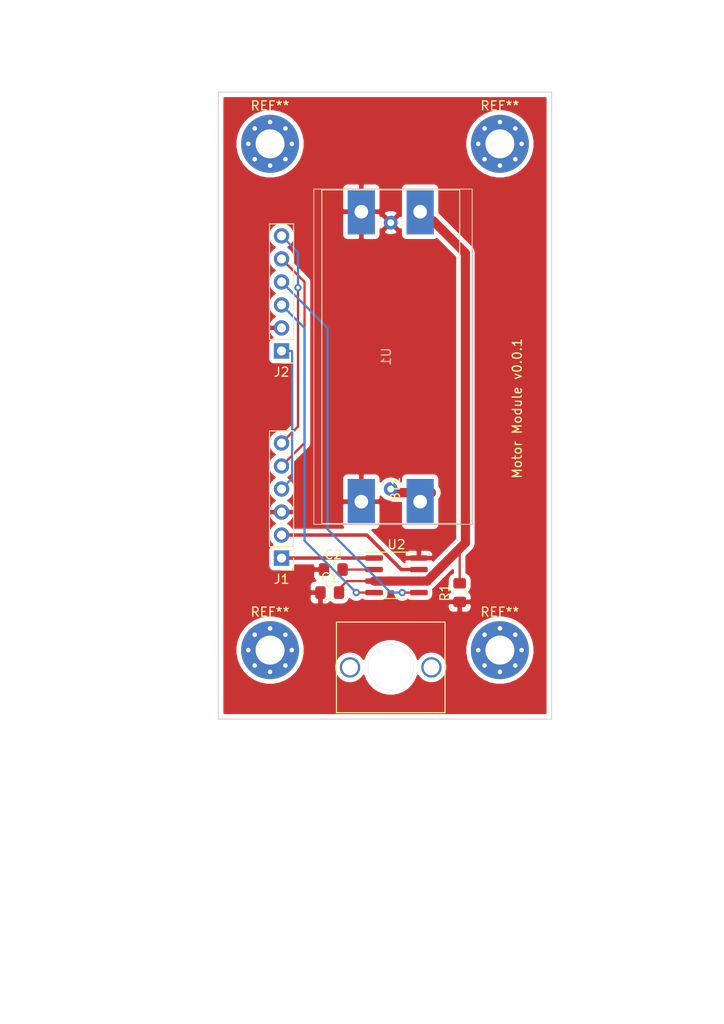
<source format=kicad_pcb>
(kicad_pcb (version 20171130) (host pcbnew "(5.1.6)-1")

  (general
    (thickness 1.6)
    (drawings 5)
    (tracks 42)
    (zones 0)
    (modules 13)
    (nets 12)
  )

  (page A4)
  (layers
    (0 F.Cu signal)
    (31 B.Cu signal)
    (32 B.Adhes user)
    (33 F.Adhes user)
    (34 B.Paste user)
    (35 F.Paste user)
    (36 B.SilkS user)
    (37 F.SilkS user)
    (38 B.Mask user)
    (39 F.Mask user)
    (40 Dwgs.User user)
    (41 Cmts.User user)
    (42 Eco1.User user)
    (43 Eco2.User user)
    (44 Edge.Cuts user)
    (45 Margin user)
    (46 B.CrtYd user)
    (47 F.CrtYd user)
    (48 B.Fab user)
    (49 F.Fab user)
  )

  (setup
    (last_trace_width 0.25)
    (user_trace_width 0.381)
    (user_trace_width 1.016)
    (trace_clearance 0.2)
    (zone_clearance 0.508)
    (zone_45_only no)
    (trace_min 0.2)
    (via_size 0.8)
    (via_drill 0.4)
    (via_min_size 0.4)
    (via_min_drill 0.3)
    (uvia_size 0.3)
    (uvia_drill 0.1)
    (uvias_allowed no)
    (uvia_min_size 0.2)
    (uvia_min_drill 0.1)
    (edge_width 0.05)
    (segment_width 0.2)
    (pcb_text_width 0.3)
    (pcb_text_size 1.5 1.5)
    (mod_edge_width 0.12)
    (mod_text_size 1 1)
    (mod_text_width 0.15)
    (pad_size 1.524 1.524)
    (pad_drill 0.762)
    (pad_to_mask_clearance 0.05)
    (aux_axis_origin 0 0)
    (visible_elements 7FFFFFFF)
    (pcbplotparams
      (layerselection 0x010fc_ffffffff)
      (usegerberextensions false)
      (usegerberattributes true)
      (usegerberadvancedattributes true)
      (creategerberjobfile true)
      (excludeedgelayer true)
      (linewidth 0.100000)
      (plotframeref false)
      (viasonmask false)
      (mode 1)
      (useauxorigin false)
      (hpglpennumber 1)
      (hpglpenspeed 20)
      (hpglpendiameter 15.000000)
      (psnegative false)
      (psa4output false)
      (plotreference true)
      (plotvalue true)
      (plotinvisibletext false)
      (padsonsilk false)
      (subtractmaskfromsilk false)
      (outputformat 1)
      (mirror false)
      (drillshape 1)
      (scaleselection 1)
      (outputdirectory ""))
  )

  (net 0 "")
  (net 1 GND)
  (net 2 "Net-(C1-Pad2)")
  (net 3 "Net-(C2-Pad2)")
  (net 4 OUT+)
  (net 5 OUT-)
  (net 6 VCC)
  (net 7 HALL-A)
  (net 8 HALL-B)
  (net 9 PWMR)
  (net 10 PWMF)
  (net 11 "Net-(BT1-Pad1)")

  (net_class Default "This is the default net class."
    (clearance 0.2)
    (trace_width 0.25)
    (via_dia 0.8)
    (via_drill 0.4)
    (uvia_dia 0.3)
    (uvia_drill 0.1)
    (add_net GND)
    (add_net HALL-A)
    (add_net HALL-B)
    (add_net "Net-(BT1-Pad1)")
    (add_net "Net-(C1-Pad2)")
    (add_net "Net-(C2-Pad2)")
    (add_net OUT+)
    (add_net OUT-)
    (add_net PWMF)
    (add_net PWMR)
    (add_net VCC)
  )

  (module MountingHole:MountingHole_3.2mm_M3_Pad_Via (layer F.Cu) (tedit 56DDBCCA) (tstamp 5F30999C)
    (at 172.72 106.68)
    (descr "Mounting Hole 3.2mm, M3")
    (tags "mounting hole 3.2mm m3")
    (attr virtual)
    (fp_text reference REF** (at 0 -4.2) (layer F.SilkS)
      (effects (font (size 1 1) (thickness 0.15)))
    )
    (fp_text value MountingHole_3.2mm_M3_Pad_Via (at 0 4.2) (layer F.Fab)
      (effects (font (size 1 1) (thickness 0.15)))
    )
    (fp_circle (center 0 0) (end 3.45 0) (layer F.CrtYd) (width 0.05))
    (fp_circle (center 0 0) (end 3.2 0) (layer Cmts.User) (width 0.15))
    (fp_text user %R (at 0.3 0) (layer F.Fab)
      (effects (font (size 1 1) (thickness 0.15)))
    )
    (pad 1 thru_hole circle (at 1.697056 -1.697056) (size 0.8 0.8) (drill 0.5) (layers *.Cu *.Mask))
    (pad 1 thru_hole circle (at 0 -2.4) (size 0.8 0.8) (drill 0.5) (layers *.Cu *.Mask))
    (pad 1 thru_hole circle (at -1.697056 -1.697056) (size 0.8 0.8) (drill 0.5) (layers *.Cu *.Mask))
    (pad 1 thru_hole circle (at -2.4 0) (size 0.8 0.8) (drill 0.5) (layers *.Cu *.Mask))
    (pad 1 thru_hole circle (at -1.697056 1.697056) (size 0.8 0.8) (drill 0.5) (layers *.Cu *.Mask))
    (pad 1 thru_hole circle (at 0 2.4) (size 0.8 0.8) (drill 0.5) (layers *.Cu *.Mask))
    (pad 1 thru_hole circle (at 1.697056 1.697056) (size 0.8 0.8) (drill 0.5) (layers *.Cu *.Mask))
    (pad 1 thru_hole circle (at 2.4 0) (size 0.8 0.8) (drill 0.5) (layers *.Cu *.Mask))
    (pad 1 thru_hole circle (at 0 0) (size 6.4 6.4) (drill 3.2) (layers *.Cu *.Mask))
  )

  (module MountingHole:MountingHole_3.2mm_M3_Pad_Via (layer F.Cu) (tedit 56DDBCCA) (tstamp 5F309950)
    (at 147.32 106.68)
    (descr "Mounting Hole 3.2mm, M3")
    (tags "mounting hole 3.2mm m3")
    (attr virtual)
    (fp_text reference REF** (at 0 -4.2) (layer F.SilkS)
      (effects (font (size 1 1) (thickness 0.15)))
    )
    (fp_text value MountingHole_3.2mm_M3_Pad_Via (at 0 4.2) (layer F.Fab)
      (effects (font (size 1 1) (thickness 0.15)))
    )
    (fp_circle (center 0 0) (end 3.45 0) (layer F.CrtYd) (width 0.05))
    (fp_circle (center 0 0) (end 3.2 0) (layer Cmts.User) (width 0.15))
    (fp_text user %R (at 0.3 0) (layer F.Fab)
      (effects (font (size 1 1) (thickness 0.15)))
    )
    (pad 1 thru_hole circle (at 1.697056 -1.697056) (size 0.8 0.8) (drill 0.5) (layers *.Cu *.Mask))
    (pad 1 thru_hole circle (at 0 -2.4) (size 0.8 0.8) (drill 0.5) (layers *.Cu *.Mask))
    (pad 1 thru_hole circle (at -1.697056 -1.697056) (size 0.8 0.8) (drill 0.5) (layers *.Cu *.Mask))
    (pad 1 thru_hole circle (at -2.4 0) (size 0.8 0.8) (drill 0.5) (layers *.Cu *.Mask))
    (pad 1 thru_hole circle (at -1.697056 1.697056) (size 0.8 0.8) (drill 0.5) (layers *.Cu *.Mask))
    (pad 1 thru_hole circle (at 0 2.4) (size 0.8 0.8) (drill 0.5) (layers *.Cu *.Mask))
    (pad 1 thru_hole circle (at 1.697056 1.697056) (size 0.8 0.8) (drill 0.5) (layers *.Cu *.Mask))
    (pad 1 thru_hole circle (at 2.4 0) (size 0.8 0.8) (drill 0.5) (layers *.Cu *.Mask))
    (pad 1 thru_hole circle (at 0 0) (size 6.4 6.4) (drill 3.2) (layers *.Cu *.Mask))
  )

  (module MountingHole:MountingHole_3.2mm_M3_Pad_Via (layer F.Cu) (tedit 56DDBCCA) (tstamp 5F309904)
    (at 172.72 50.8)
    (descr "Mounting Hole 3.2mm, M3")
    (tags "mounting hole 3.2mm m3")
    (attr virtual)
    (fp_text reference REF** (at 0 -4.2) (layer F.SilkS)
      (effects (font (size 1 1) (thickness 0.15)))
    )
    (fp_text value MountingHole_3.2mm_M3_Pad_Via (at 0 4.2) (layer F.Fab)
      (effects (font (size 1 1) (thickness 0.15)))
    )
    (fp_circle (center 0 0) (end 3.45 0) (layer F.CrtYd) (width 0.05))
    (fp_circle (center 0 0) (end 3.2 0) (layer Cmts.User) (width 0.15))
    (fp_text user %R (at 0.3 0) (layer F.Fab)
      (effects (font (size 1 1) (thickness 0.15)))
    )
    (pad 1 thru_hole circle (at 1.697056 -1.697056) (size 0.8 0.8) (drill 0.5) (layers *.Cu *.Mask))
    (pad 1 thru_hole circle (at 0 -2.4) (size 0.8 0.8) (drill 0.5) (layers *.Cu *.Mask))
    (pad 1 thru_hole circle (at -1.697056 -1.697056) (size 0.8 0.8) (drill 0.5) (layers *.Cu *.Mask))
    (pad 1 thru_hole circle (at -2.4 0) (size 0.8 0.8) (drill 0.5) (layers *.Cu *.Mask))
    (pad 1 thru_hole circle (at -1.697056 1.697056) (size 0.8 0.8) (drill 0.5) (layers *.Cu *.Mask))
    (pad 1 thru_hole circle (at 0 2.4) (size 0.8 0.8) (drill 0.5) (layers *.Cu *.Mask))
    (pad 1 thru_hole circle (at 1.697056 1.697056) (size 0.8 0.8) (drill 0.5) (layers *.Cu *.Mask))
    (pad 1 thru_hole circle (at 2.4 0) (size 0.8 0.8) (drill 0.5) (layers *.Cu *.Mask))
    (pad 1 thru_hole circle (at 0 0) (size 6.4 6.4) (drill 3.2) (layers *.Cu *.Mask))
  )

  (module MountingHole:MountingHole_3.2mm_M3_Pad_Via (layer F.Cu) (tedit 56DDBCCA) (tstamp 5F3098B8)
    (at 147.32 50.8)
    (descr "Mounting Hole 3.2mm, M3")
    (tags "mounting hole 3.2mm m3")
    (attr virtual)
    (fp_text reference REF** (at 0 -4.2) (layer F.SilkS)
      (effects (font (size 1 1) (thickness 0.15)))
    )
    (fp_text value MountingHole_3.2mm_M3_Pad_Via (at 0 4.2) (layer F.Fab)
      (effects (font (size 1 1) (thickness 0.15)))
    )
    (fp_circle (center 0 0) (end 3.45 0) (layer F.CrtYd) (width 0.05))
    (fp_circle (center 0 0) (end 3.2 0) (layer Cmts.User) (width 0.15))
    (fp_text user %R (at 0.3 0) (layer F.Fab)
      (effects (font (size 1 1) (thickness 0.15)))
    )
    (pad 1 thru_hole circle (at 1.697056 -1.697056) (size 0.8 0.8) (drill 0.5) (layers *.Cu *.Mask))
    (pad 1 thru_hole circle (at 0 -2.4) (size 0.8 0.8) (drill 0.5) (layers *.Cu *.Mask))
    (pad 1 thru_hole circle (at -1.697056 -1.697056) (size 0.8 0.8) (drill 0.5) (layers *.Cu *.Mask))
    (pad 1 thru_hole circle (at -2.4 0) (size 0.8 0.8) (drill 0.5) (layers *.Cu *.Mask))
    (pad 1 thru_hole circle (at -1.697056 1.697056) (size 0.8 0.8) (drill 0.5) (layers *.Cu *.Mask))
    (pad 1 thru_hole circle (at 0 2.4) (size 0.8 0.8) (drill 0.5) (layers *.Cu *.Mask))
    (pad 1 thru_hole circle (at 1.697056 1.697056) (size 0.8 0.8) (drill 0.5) (layers *.Cu *.Mask))
    (pad 1 thru_hole circle (at 2.4 0) (size 0.8 0.8) (drill 0.5) (layers *.Cu *.Mask))
    (pad 1 thru_hole circle (at 0 0) (size 6.4 6.4) (drill 3.2) (layers *.Cu *.Mask))
  )

  (module motor-controller:motor-mount (layer F.Cu) (tedit 5F308545) (tstamp 5F30896D)
    (at 160.655 108.585)
    (fp_text reference REF** (at 0 0.5) (layer F.SilkS)
      (effects (font (size 1 1) (thickness 0.15)))
    )
    (fp_text value motor-mount (at 0 -0.5) (layer F.Fab)
      (effects (font (size 1 1) (thickness 0.15)))
    )
    (fp_line (start 6 5) (end 6 0) (layer F.SilkS) (width 0.12))
    (fp_line (start -6 5) (end 6 5) (layer F.SilkS) (width 0.12))
    (fp_line (start -6 -5) (end -6 5) (layer F.SilkS) (width 0.12))
    (fp_line (start 6 -5) (end -6 -5) (layer F.SilkS) (width 0.12))
    (fp_line (start 6 0) (end 6 -5) (layer F.SilkS) (width 0.12))
    (pad 3 thru_hole circle (at 0 0) (size 5 5) (drill 5) (layers *.Cu *.Mask))
    (pad 2 thru_hole circle (at 4.5 0) (size 2.25 2.25) (drill 1.75) (layers *.Cu *.Mask))
    (pad 1 thru_hole circle (at -4.5 0) (size 2.25 2.25) (drill 1.75) (layers *.Cu *.Mask))
  )

  (module Connector_PinHeader_2.54mm:PinHeader_1x06_P2.54mm_Vertical (layer F.Cu) (tedit 59FED5CC) (tstamp 5F2E2B7E)
    (at 148.59 96.52 180)
    (descr "Through hole straight pin header, 1x06, 2.54mm pitch, single row")
    (tags "Through hole pin header THT 1x06 2.54mm single row")
    (path /5F2FF6AC)
    (fp_text reference J1 (at 0 -2.33) (layer F.SilkS)
      (effects (font (size 1 1) (thickness 0.15)))
    )
    (fp_text value "MOTOR CONNECTOR" (at 0 15.03) (layer F.Fab)
      (effects (font (size 1 1) (thickness 0.15)))
    )
    (fp_line (start 1.8 -1.8) (end -1.8 -1.8) (layer F.CrtYd) (width 0.05))
    (fp_line (start 1.8 14.5) (end 1.8 -1.8) (layer F.CrtYd) (width 0.05))
    (fp_line (start -1.8 14.5) (end 1.8 14.5) (layer F.CrtYd) (width 0.05))
    (fp_line (start -1.8 -1.8) (end -1.8 14.5) (layer F.CrtYd) (width 0.05))
    (fp_line (start -1.33 -1.33) (end 0 -1.33) (layer F.SilkS) (width 0.12))
    (fp_line (start -1.33 0) (end -1.33 -1.33) (layer F.SilkS) (width 0.12))
    (fp_line (start -1.33 1.27) (end 1.33 1.27) (layer F.SilkS) (width 0.12))
    (fp_line (start 1.33 1.27) (end 1.33 14.03) (layer F.SilkS) (width 0.12))
    (fp_line (start -1.33 1.27) (end -1.33 14.03) (layer F.SilkS) (width 0.12))
    (fp_line (start -1.33 14.03) (end 1.33 14.03) (layer F.SilkS) (width 0.12))
    (fp_line (start -1.27 -0.635) (end -0.635 -1.27) (layer F.Fab) (width 0.1))
    (fp_line (start -1.27 13.97) (end -1.27 -0.635) (layer F.Fab) (width 0.1))
    (fp_line (start 1.27 13.97) (end -1.27 13.97) (layer F.Fab) (width 0.1))
    (fp_line (start 1.27 -1.27) (end 1.27 13.97) (layer F.Fab) (width 0.1))
    (fp_line (start -0.635 -1.27) (end 1.27 -1.27) (layer F.Fab) (width 0.1))
    (fp_text user %R (at 0 6.35 90) (layer F.Fab)
      (effects (font (size 1 1) (thickness 0.15)))
    )
    (pad 6 thru_hole oval (at 0 12.7 180) (size 1.7 1.7) (drill 1) (layers *.Cu *.Mask)
      (net 8 HALL-B))
    (pad 5 thru_hole oval (at 0 10.16 180) (size 1.7 1.7) (drill 1) (layers *.Cu *.Mask)
      (net 7 HALL-A))
    (pad 4 thru_hole oval (at 0 7.62 180) (size 1.7 1.7) (drill 1) (layers *.Cu *.Mask)
      (net 6 VCC))
    (pad 3 thru_hole oval (at 0 5.08 180) (size 1.7 1.7) (drill 1) (layers *.Cu *.Mask)
      (net 1 GND))
    (pad 2 thru_hole oval (at 0 2.54 180) (size 1.7 1.7) (drill 1) (layers *.Cu *.Mask)
      (net 5 OUT-))
    (pad 1 thru_hole rect (at 0 0 180) (size 1.7 1.7) (drill 1) (layers *.Cu *.Mask)
      (net 4 OUT+))
    (model ${KISYS3DMOD}/Connector_PinHeader_2.54mm.3dshapes/PinHeader_1x06_P2.54mm_Vertical.wrl
      (at (xyz 0 0 0))
      (scale (xyz 1 1 1))
      (rotate (xyz 0 0 0))
    )
  )

  (module Connector_PinHeader_2.54mm:PinHeader_1x06_P2.54mm_Vertical (layer F.Cu) (tedit 59FED5CC) (tstamp 5F3091F2)
    (at 148.59 73.66 180)
    (descr "Through hole straight pin header, 1x06, 2.54mm pitch, single row")
    (tags "Through hole pin header THT 1x06 2.54mm single row")
    (path /5F30128D)
    (fp_text reference J2 (at 0 -2.33) (layer F.SilkS)
      (effects (font (size 1 1) (thickness 0.15)))
    )
    (fp_text value CONTROLLER (at 0 15.03) (layer F.Fab)
      (effects (font (size 1 1) (thickness 0.15)))
    )
    (fp_line (start 1.8 -1.8) (end -1.8 -1.8) (layer F.CrtYd) (width 0.05))
    (fp_line (start 1.8 14.5) (end 1.8 -1.8) (layer F.CrtYd) (width 0.05))
    (fp_line (start -1.8 14.5) (end 1.8 14.5) (layer F.CrtYd) (width 0.05))
    (fp_line (start -1.8 -1.8) (end -1.8 14.5) (layer F.CrtYd) (width 0.05))
    (fp_line (start -1.33 -1.33) (end 0 -1.33) (layer F.SilkS) (width 0.12))
    (fp_line (start -1.33 0) (end -1.33 -1.33) (layer F.SilkS) (width 0.12))
    (fp_line (start -1.33 1.27) (end 1.33 1.27) (layer F.SilkS) (width 0.12))
    (fp_line (start 1.33 1.27) (end 1.33 14.03) (layer F.SilkS) (width 0.12))
    (fp_line (start -1.33 1.27) (end -1.33 14.03) (layer F.SilkS) (width 0.12))
    (fp_line (start -1.33 14.03) (end 1.33 14.03) (layer F.SilkS) (width 0.12))
    (fp_line (start -1.27 -0.635) (end -0.635 -1.27) (layer F.Fab) (width 0.1))
    (fp_line (start -1.27 13.97) (end -1.27 -0.635) (layer F.Fab) (width 0.1))
    (fp_line (start 1.27 13.97) (end -1.27 13.97) (layer F.Fab) (width 0.1))
    (fp_line (start 1.27 -1.27) (end 1.27 13.97) (layer F.Fab) (width 0.1))
    (fp_line (start -0.635 -1.27) (end 1.27 -1.27) (layer F.Fab) (width 0.1))
    (fp_text user %R (at 0 6.35 90) (layer F.Fab)
      (effects (font (size 1 1) (thickness 0.15)))
    )
    (pad 6 thru_hole oval (at 0 12.7 180) (size 1.7 1.7) (drill 1) (layers *.Cu *.Mask)
      (net 8 HALL-B))
    (pad 5 thru_hole oval (at 0 10.16 180) (size 1.7 1.7) (drill 1) (layers *.Cu *.Mask)
      (net 7 HALL-A))
    (pad 4 thru_hole oval (at 0 7.62 180) (size 1.7 1.7) (drill 1) (layers *.Cu *.Mask)
      (net 9 PWMR))
    (pad 3 thru_hole oval (at 0 5.08 180) (size 1.7 1.7) (drill 1) (layers *.Cu *.Mask)
      (net 10 PWMF))
    (pad 2 thru_hole oval (at 0 2.54 180) (size 1.7 1.7) (drill 1) (layers *.Cu *.Mask)
      (net 1 GND))
    (pad 1 thru_hole rect (at 0 0 180) (size 1.7 1.7) (drill 1) (layers *.Cu *.Mask)
      (net 6 VCC))
    (model ${KISYS3DMOD}/Connector_PinHeader_2.54mm.3dshapes/PinHeader_1x06_P2.54mm_Vertical.wrl
      (at (xyz 0 0 0))
      (scale (xyz 1 1 1))
      (rotate (xyz 0 0 0))
    )
  )

  (module Package_SO:SOIC-8_3.9x4.9mm_P1.27mm (layer F.Cu) (tedit 5D9F72B1) (tstamp 5F308FE4)
    (at 161.29 98.425)
    (descr "SOIC, 8 Pin (JEDEC MS-012AA, https://www.analog.com/media/en/package-pcb-resources/package/pkg_pdf/soic_narrow-r/r_8.pdf), generated with kicad-footprint-generator ipc_gullwing_generator.py")
    (tags "SOIC SO")
    (path /5F2DB469)
    (attr smd)
    (fp_text reference U2 (at 0 -3.4) (layer F.SilkS)
      (effects (font (size 1 1) (thickness 0.15)))
    )
    (fp_text value ZXBM5210-S (at 0 3.4) (layer F.Fab)
      (effects (font (size 1 1) (thickness 0.15)))
    )
    (fp_line (start 3.7 -2.7) (end -3.7 -2.7) (layer F.CrtYd) (width 0.05))
    (fp_line (start 3.7 2.7) (end 3.7 -2.7) (layer F.CrtYd) (width 0.05))
    (fp_line (start -3.7 2.7) (end 3.7 2.7) (layer F.CrtYd) (width 0.05))
    (fp_line (start -3.7 -2.7) (end -3.7 2.7) (layer F.CrtYd) (width 0.05))
    (fp_line (start -1.95 -1.475) (end -0.975 -2.45) (layer F.Fab) (width 0.1))
    (fp_line (start -1.95 2.45) (end -1.95 -1.475) (layer F.Fab) (width 0.1))
    (fp_line (start 1.95 2.45) (end -1.95 2.45) (layer F.Fab) (width 0.1))
    (fp_line (start 1.95 -2.45) (end 1.95 2.45) (layer F.Fab) (width 0.1))
    (fp_line (start -0.975 -2.45) (end 1.95 -2.45) (layer F.Fab) (width 0.1))
    (fp_line (start 0 -2.56) (end -3.45 -2.56) (layer F.SilkS) (width 0.12))
    (fp_line (start 0 -2.56) (end 1.95 -2.56) (layer F.SilkS) (width 0.12))
    (fp_line (start 0 2.56) (end -1.95 2.56) (layer F.SilkS) (width 0.12))
    (fp_line (start 0 2.56) (end 1.95 2.56) (layer F.SilkS) (width 0.12))
    (fp_text user %R (at 0 0) (layer F.Fab)
      (effects (font (size 0.98 0.98) (thickness 0.15)))
    )
    (pad 8 smd roundrect (at 2.475 -1.905) (size 1.95 0.6) (layers F.Cu F.Paste F.Mask) (roundrect_rratio 0.25)
      (net 1 GND))
    (pad 7 smd roundrect (at 2.475 -0.635) (size 1.95 0.6) (layers F.Cu F.Paste F.Mask) (roundrect_rratio 0.25)
      (net 5 OUT-))
    (pad 6 smd roundrect (at 2.475 0.635) (size 1.95 0.6) (layers F.Cu F.Paste F.Mask) (roundrect_rratio 0.25)
      (net 2 "Net-(C1-Pad2)"))
    (pad 5 smd roundrect (at 2.475 1.905) (size 1.95 0.6) (layers F.Cu F.Paste F.Mask) (roundrect_rratio 0.25)
      (net 9 PWMR))
    (pad 4 smd roundrect (at -2.475 1.905) (size 1.95 0.6) (layers F.Cu F.Paste F.Mask) (roundrect_rratio 0.25)
      (net 10 PWMF))
    (pad 3 smd roundrect (at -2.475 0.635) (size 1.95 0.6) (layers F.Cu F.Paste F.Mask) (roundrect_rratio 0.25)
      (net 2 "Net-(C1-Pad2)"))
    (pad 2 smd roundrect (at -2.475 -0.635) (size 1.95 0.6) (layers F.Cu F.Paste F.Mask) (roundrect_rratio 0.25)
      (net 3 "Net-(C2-Pad2)"))
    (pad 1 smd roundrect (at -2.475 -1.905) (size 1.95 0.6) (layers F.Cu F.Paste F.Mask) (roundrect_rratio 0.25)
      (net 4 OUT+))
    (model ${KISYS3DMOD}/Package_SO.3dshapes/SOIC-8_3.9x4.9mm_P1.27mm.wrl
      (at (xyz 0 0 0))
      (scale (xyz 1 1 1))
      (rotate (xyz 0 0 0))
    )
  )

  (module motor-controller:M65P25-1011 (layer F.Cu) (tedit 5F2DD09D) (tstamp 5F2E2AAB)
    (at 160.655 88.9 90)
    (path /5F2DD12F)
    (fp_text reference BT1 (at 0 0.5 90) (layer F.SilkS)
      (effects (font (size 1 1) (thickness 0.15)))
    )
    (fp_text value Battery_Cell (at 16.51 -5.08 90) (layer F.Fab)
      (effects (font (size 1 1) (thickness 0.15)))
    )
    (fp_line (start 33.02 7.62) (end -3.81 7.62) (layer F.SilkS) (width 0.12))
    (fp_line (start 33.02 -7.62) (end 33.02 7.62) (layer F.SilkS) (width 0.12))
    (fp_line (start -3.81 -7.62) (end 33.02 -7.62) (layer F.SilkS) (width 0.12))
    (fp_line (start -3.81 7.62) (end -3.81 -7.62) (layer F.SilkS) (width 0.12))
    (pad 2 thru_hole circle (at 29.4 0 90) (size 1.524 1.524) (drill 0.762) (layers *.Cu *.Mask)
      (net 1 GND))
    (pad 1 thru_hole circle (at 0 0 90) (size 1.524 1.524) (drill 0.762) (layers *.Cu *.Mask)
      (net 11 "Net-(BT1-Pad1)"))
  )

  (module motor-controller:MT3608-BB (layer B.Cu) (tedit 5F6FE1DD) (tstamp 5F70464E)
    (at 160.655 74.295 90)
    (path /5F2ED84F)
    (fp_text reference U1 (at 0 -0.5 270) (layer B.SilkS)
      (effects (font (size 1 1) (thickness 0.15)) (justify mirror))
    )
    (fp_text value MT3608-BB (at 0 3.81 270) (layer B.Fab)
      (effects (font (size 1 1) (thickness 0.15)) (justify mirror))
    )
    (fp_line (start 0 9) (end 18.5 9) (layer B.SilkS) (width 0.12))
    (fp_line (start 18.5 9) (end 18.5 -8.5) (layer B.SilkS) (width 0.12))
    (fp_line (start 18.5 -8.5) (end -18.5 -8.5) (layer B.SilkS) (width 0.12))
    (fp_line (start -18.5 -8.5) (end -18.5 9) (layer B.SilkS) (width 0.12))
    (fp_line (start -18.5 9) (end 0 9) (layer B.SilkS) (width 0.12))
    (pad 4 thru_hole rect (at 16 -3.25 90) (size 5 3) (drill 1.5) (layers *.Cu *.Mask)
      (net 1 GND))
    (pad 3 thru_hole rect (at 16 3.25 90) (size 5 3) (drill 1.5) (layers *.Cu *.Mask)
      (net 2 "Net-(C1-Pad2)"))
    (pad 2 thru_hole rect (at -16 -3.25 90) (size 5 3) (drill 1.5) (layers *.Cu *.Mask)
      (net 1 GND))
    (pad 1 thru_hole rect (at -16 3.25 90) (size 5 3) (drill 1.5) (layers *.Cu *.Mask)
      (net 11 "Net-(BT1-Pad1)"))
  )

  (module Capacitor_SMD:C_0805_2012Metric_Pad1.15x1.40mm_HandSolder (layer F.Cu) (tedit 5B36C52B) (tstamp 5F70496D)
    (at 153.915 100.33)
    (descr "Capacitor SMD 0805 (2012 Metric), square (rectangular) end terminal, IPC_7351 nominal with elongated pad for handsoldering. (Body size source: https://docs.google.com/spreadsheets/d/1BsfQQcO9C6DZCsRaXUlFlo91Tg2WpOkGARC1WS5S8t0/edit?usp=sharing), generated with kicad-footprint-generator")
    (tags "capacitor handsolder")
    (path /5F2DEDA7)
    (attr smd)
    (fp_text reference C1 (at 0 -1.65) (layer F.SilkS)
      (effects (font (size 1 1) (thickness 0.15)))
    )
    (fp_text value 1uF (at 0 1.65) (layer F.Fab)
      (effects (font (size 1 1) (thickness 0.15)))
    )
    (fp_line (start 1.85 0.95) (end -1.85 0.95) (layer F.CrtYd) (width 0.05))
    (fp_line (start 1.85 -0.95) (end 1.85 0.95) (layer F.CrtYd) (width 0.05))
    (fp_line (start -1.85 -0.95) (end 1.85 -0.95) (layer F.CrtYd) (width 0.05))
    (fp_line (start -1.85 0.95) (end -1.85 -0.95) (layer F.CrtYd) (width 0.05))
    (fp_line (start -0.261252 0.71) (end 0.261252 0.71) (layer F.SilkS) (width 0.12))
    (fp_line (start -0.261252 -0.71) (end 0.261252 -0.71) (layer F.SilkS) (width 0.12))
    (fp_line (start 1 0.6) (end -1 0.6) (layer F.Fab) (width 0.1))
    (fp_line (start 1 -0.6) (end 1 0.6) (layer F.Fab) (width 0.1))
    (fp_line (start -1 -0.6) (end 1 -0.6) (layer F.Fab) (width 0.1))
    (fp_line (start -1 0.6) (end -1 -0.6) (layer F.Fab) (width 0.1))
    (fp_text user %R (at 0 0) (layer F.Fab)
      (effects (font (size 0.5 0.5) (thickness 0.08)))
    )
    (pad 1 smd roundrect (at -1.025 0) (size 1.15 1.4) (layers F.Cu F.Paste F.Mask) (roundrect_rratio 0.217391)
      (net 1 GND))
    (pad 2 smd roundrect (at 1.025 0) (size 1.15 1.4) (layers F.Cu F.Paste F.Mask) (roundrect_rratio 0.217391)
      (net 2 "Net-(C1-Pad2)"))
    (model ${KISYS3DMOD}/Capacitor_SMD.3dshapes/C_0805_2012Metric.wrl
      (at (xyz 0 0 0))
      (scale (xyz 1 1 1))
      (rotate (xyz 0 0 0))
    )
  )

  (module Capacitor_SMD:C_0805_2012Metric_Pad1.15x1.40mm_HandSolder (layer F.Cu) (tedit 5B36C52B) (tstamp 5F704AA4)
    (at 154.305 97.79)
    (descr "Capacitor SMD 0805 (2012 Metric), square (rectangular) end terminal, IPC_7351 nominal with elongated pad for handsoldering. (Body size source: https://docs.google.com/spreadsheets/d/1BsfQQcO9C6DZCsRaXUlFlo91Tg2WpOkGARC1WS5S8t0/edit?usp=sharing), generated with kicad-footprint-generator")
    (tags "capacitor handsolder")
    (path /5F2DF7D0)
    (attr smd)
    (fp_text reference C2 (at 0 -1.65) (layer F.SilkS)
      (effects (font (size 1 1) (thickness 0.15)))
    )
    (fp_text value 10uF (at 0 1.65) (layer F.Fab)
      (effects (font (size 1 1) (thickness 0.15)))
    )
    (fp_text user %R (at 0 0) (layer F.Fab)
      (effects (font (size 0.5 0.5) (thickness 0.08)))
    )
    (fp_line (start -1 0.6) (end -1 -0.6) (layer F.Fab) (width 0.1))
    (fp_line (start -1 -0.6) (end 1 -0.6) (layer F.Fab) (width 0.1))
    (fp_line (start 1 -0.6) (end 1 0.6) (layer F.Fab) (width 0.1))
    (fp_line (start 1 0.6) (end -1 0.6) (layer F.Fab) (width 0.1))
    (fp_line (start -0.261252 -0.71) (end 0.261252 -0.71) (layer F.SilkS) (width 0.12))
    (fp_line (start -0.261252 0.71) (end 0.261252 0.71) (layer F.SilkS) (width 0.12))
    (fp_line (start -1.85 0.95) (end -1.85 -0.95) (layer F.CrtYd) (width 0.05))
    (fp_line (start -1.85 -0.95) (end 1.85 -0.95) (layer F.CrtYd) (width 0.05))
    (fp_line (start 1.85 -0.95) (end 1.85 0.95) (layer F.CrtYd) (width 0.05))
    (fp_line (start 1.85 0.95) (end -1.85 0.95) (layer F.CrtYd) (width 0.05))
    (pad 2 smd roundrect (at 1.025 0) (size 1.15 1.4) (layers F.Cu F.Paste F.Mask) (roundrect_rratio 0.217391)
      (net 3 "Net-(C2-Pad2)"))
    (pad 1 smd roundrect (at -1.025 0) (size 1.15 1.4) (layers F.Cu F.Paste F.Mask) (roundrect_rratio 0.217391)
      (net 1 GND))
    (model ${KISYS3DMOD}/Capacitor_SMD.3dshapes/C_0805_2012Metric.wrl
      (at (xyz 0 0 0))
      (scale (xyz 1 1 1))
      (rotate (xyz 0 0 0))
    )
  )

  (module Resistor_SMD:R_0805_2012Metric_Pad1.15x1.40mm_HandSolder (layer F.Cu) (tedit 5B36C52B) (tstamp 5F70498D)
    (at 168.275 100.33 90)
    (descr "Resistor SMD 0805 (2012 Metric), square (rectangular) end terminal, IPC_7351 nominal with elongated pad for handsoldering. (Body size source: https://docs.google.com/spreadsheets/d/1BsfQQcO9C6DZCsRaXUlFlo91Tg2WpOkGARC1WS5S8t0/edit?usp=sharing), generated with kicad-footprint-generator")
    (tags "resistor handsolder")
    (path /5F2E221E)
    (attr smd)
    (fp_text reference R1 (at 0 -1.65 90) (layer F.SilkS)
      (effects (font (size 1 1) (thickness 0.15)))
    )
    (fp_text value R (at 0 1.65 90) (layer F.Fab)
      (effects (font (size 1 1) (thickness 0.15)))
    )
    (fp_line (start 1.85 0.95) (end -1.85 0.95) (layer F.CrtYd) (width 0.05))
    (fp_line (start 1.85 -0.95) (end 1.85 0.95) (layer F.CrtYd) (width 0.05))
    (fp_line (start -1.85 -0.95) (end 1.85 -0.95) (layer F.CrtYd) (width 0.05))
    (fp_line (start -1.85 0.95) (end -1.85 -0.95) (layer F.CrtYd) (width 0.05))
    (fp_line (start -0.261252 0.71) (end 0.261252 0.71) (layer F.SilkS) (width 0.12))
    (fp_line (start -0.261252 -0.71) (end 0.261252 -0.71) (layer F.SilkS) (width 0.12))
    (fp_line (start 1 0.6) (end -1 0.6) (layer F.Fab) (width 0.1))
    (fp_line (start 1 -0.6) (end 1 0.6) (layer F.Fab) (width 0.1))
    (fp_line (start -1 -0.6) (end 1 -0.6) (layer F.Fab) (width 0.1))
    (fp_line (start -1 0.6) (end -1 -0.6) (layer F.Fab) (width 0.1))
    (fp_text user %R (at 0 0 90) (layer F.Fab)
      (effects (font (size 0.5 0.5) (thickness 0.08)))
    )
    (pad 1 smd roundrect (at -1.025 0 90) (size 1.15 1.4) (layers F.Cu F.Paste F.Mask) (roundrect_rratio 0.217391)
      (net 1 GND))
    (pad 2 smd roundrect (at 1.025 0 90) (size 1.15 1.4) (layers F.Cu F.Paste F.Mask) (roundrect_rratio 0.217391)
      (net 2 "Net-(C1-Pad2)"))
    (model ${KISYS3DMOD}/Resistor_SMD.3dshapes/R_0805_2012Metric.wrl
      (at (xyz 0 0 0))
      (scale (xyz 1 1 1))
      (rotate (xyz 0 0 0))
    )
  )

  (gr_text "Motor Module v0.0.1" (at 174.625 80.01 90) (layer F.SilkS)
    (effects (font (size 1 1) (thickness 0.15)))
  )
  (gr_line (start 178.435 45.085) (end 178.435 114.3) (layer Edge.Cuts) (width 0.1))
  (gr_line (start 141.605 45.085) (end 178.435 45.085) (layer Edge.Cuts) (width 0.1))
  (gr_line (start 141.605 114.3) (end 141.605 45.085) (layer Edge.Cuts) (width 0.1))
  (gr_line (start 178.435 114.3) (end 141.605 114.3) (layer Edge.Cuts) (width 0.1))

  (segment (start 164.655 59.295) (end 165.34 59.295) (width 1.016) (layer F.Cu) (net 2))
  (segment (start 165.34 59.295) (end 168.91 62.865) (width 1.016) (layer F.Cu) (net 2))
  (segment (start 164.68341 99.06) (end 163.765 99.06) (width 1.016) (layer F.Cu) (net 2))
  (segment (start 168.91 62.865) (end 168.91 94.83341) (width 1.016) (layer F.Cu) (net 2))
  (segment (start 155.815 99.06) (end 155.18 99.695) (width 0.25) (layer F.Cu) (net 2))
  (segment (start 158.815 99.06) (end 155.815 99.06) (width 0.25) (layer F.Cu) (net 2))
  (segment (start 158.815 99.06) (end 160.655 99.06) (width 1.016) (layer F.Cu) (net 2))
  (segment (start 160.655 99.06) (end 163.765 99.06) (width 1.016) (layer F.Cu) (net 2))
  (segment (start 168.275 95.885) (end 168.066705 95.676705) (width 0.25) (layer F.Cu) (net 2))
  (segment (start 168.275 99.305) (end 168.275 95.885) (width 0.25) (layer F.Cu) (net 2))
  (segment (start 168.91 94.83341) (end 168.066705 95.676705) (width 1.016) (layer F.Cu) (net 2))
  (segment (start 168.066705 95.676705) (end 164.68341 99.06) (width 1.016) (layer F.Cu) (net 2))
  (segment (start 158.815 97.79) (end 155.42 97.79) (width 0.25) (layer F.Cu) (net 3))
  (segment (start 158.815 96.52) (end 148.59 96.52) (width 0.381) (layer F.Cu) (net 4))
  (segment (start 161.824398 97.79) (end 158.014398 93.98) (width 0.381) (layer F.Cu) (net 5))
  (segment (start 158.014398 93.98) (end 148.59 93.98) (width 0.381) (layer F.Cu) (net 5))
  (segment (start 163.765 97.79) (end 161.824398 97.79) (width 0.381) (layer F.Cu) (net 5))
  (segment (start 149.765001 87.724999) (end 148.59 88.9) (width 0.25) (layer B.Cu) (net 6))
  (segment (start 149.765001 73.735001) (end 149.765001 87.724999) (width 0.25) (layer B.Cu) (net 6))
  (segment (start 149.69 73.66) (end 149.765001 73.735001) (width 0.25) (layer B.Cu) (net 6))
  (segment (start 148.59 73.66) (end 149.69 73.66) (width 0.25) (layer B.Cu) (net 6))
  (segment (start 148.59 86.36) (end 151.13 83.82) (width 0.25) (layer F.Cu) (net 7))
  (segment (start 151.13 66.04) (end 148.59 63.5) (width 0.25) (layer F.Cu) (net 7))
  (segment (start 151.13 83.82) (end 151.13 66.04) (width 0.25) (layer F.Cu) (net 7))
  (via (at 150.405 66.675) (size 0.8) (drill 0.4) (layers F.Cu B.Cu) (net 8))
  (segment (start 148.59 83.82) (end 150.405 82.005) (width 0.25) (layer F.Cu) (net 8))
  (segment (start 150.405 82.005) (end 150.405 66.675) (width 0.25) (layer F.Cu) (net 8))
  (segment (start 150.405 62.775) (end 148.59 60.96) (width 0.25) (layer B.Cu) (net 8))
  (segment (start 150.405 66.675) (end 150.405 62.775) (width 0.25) (layer B.Cu) (net 8))
  (via (at 161.925 100.33) (size 0.8) (drill 0.4) (layers F.Cu B.Cu) (net 9))
  (segment (start 163.765 100.33) (end 161.925 100.33) (width 0.25) (layer F.Cu) (net 9))
  (segment (start 161.925 100.33) (end 160.655 100.33) (width 0.25) (layer B.Cu) (net 9))
  (segment (start 160.655 100.33) (end 153.67 93.345) (width 0.25) (layer B.Cu) (net 9))
  (segment (start 153.67 71.12) (end 148.59 66.04) (width 0.25) (layer B.Cu) (net 9))
  (segment (start 153.67 93.345) (end 153.67 71.12) (width 0.25) (layer B.Cu) (net 9))
  (via (at 156.845 100.33) (size 0.8) (drill 0.4) (layers F.Cu B.Cu) (net 10))
  (segment (start 158.815 100.33) (end 156.845 100.33) (width 0.25) (layer F.Cu) (net 10))
  (segment (start 156.845 100.33) (end 151.13 94.615) (width 0.25) (layer B.Cu) (net 10))
  (segment (start 151.13 71.12) (end 148.59 68.58) (width 0.25) (layer B.Cu) (net 10))
  (segment (start 151.13 94.615) (end 151.13 71.12) (width 0.25) (layer B.Cu) (net 10))
  (segment (start 161.05 89.295) (end 160.655 88.9) (width 1.016) (layer F.Cu) (net 11))
  (segment (start 165.155 89.295) (end 161.05 89.295) (width 1.016) (layer F.Cu) (net 11))

  (zone (net 1) (net_name GND) (layer F.Cu) (tstamp 0) (hatch edge 0.508)
    (connect_pads (clearance 0.508))
    (min_thickness 0.254)
    (fill yes (arc_segments 32) (thermal_gap 0.508) (thermal_bridge_width 0.508))
    (polygon
      (pts
        (xy 196.85 36.83) (xy 197.485 147.955) (xy 117.475 144.78) (xy 125.095 34.925)
      )
    )
    (filled_polygon
      (pts
        (xy 177.750001 113.615) (xy 142.29 113.615) (xy 142.29 106.302285) (xy 143.485 106.302285) (xy 143.485 107.057715)
        (xy 143.632377 107.798628) (xy 143.921467 108.496554) (xy 144.341161 109.12467) (xy 144.87533 109.658839) (xy 145.503446 110.078533)
        (xy 146.201372 110.367623) (xy 146.942285 110.515) (xy 147.697715 110.515) (xy 148.438628 110.367623) (xy 149.136554 110.078533)
        (xy 149.76467 109.658839) (xy 150.298839 109.12467) (xy 150.718533 108.496554) (xy 150.753699 108.411655) (xy 154.395 108.411655)
        (xy 154.395 108.758345) (xy 154.462636 109.098373) (xy 154.595308 109.418673) (xy 154.787919 109.706935) (xy 155.033065 109.952081)
        (xy 155.321327 110.144692) (xy 155.641627 110.277364) (xy 155.981655 110.345) (xy 156.328345 110.345) (xy 156.668373 110.277364)
        (xy 156.988673 110.144692) (xy 157.276935 109.952081) (xy 157.522081 109.706935) (xy 157.648223 109.51815) (xy 157.876799 110.069979)
        (xy 158.219886 110.583446) (xy 158.656554 111.020114) (xy 159.170021 111.363201) (xy 159.740554 111.599524) (xy 160.346229 111.72)
        (xy 160.963771 111.72) (xy 161.569446 111.599524) (xy 162.139979 111.363201) (xy 162.653446 111.020114) (xy 163.090114 110.583446)
        (xy 163.433201 110.069979) (xy 163.661777 109.51815) (xy 163.787919 109.706935) (xy 164.033065 109.952081) (xy 164.321327 110.144692)
        (xy 164.641627 110.277364) (xy 164.981655 110.345) (xy 165.328345 110.345) (xy 165.668373 110.277364) (xy 165.988673 110.144692)
        (xy 166.276935 109.952081) (xy 166.522081 109.706935) (xy 166.714692 109.418673) (xy 166.847364 109.098373) (xy 166.915 108.758345)
        (xy 166.915 108.411655) (xy 166.847364 108.071627) (xy 166.714692 107.751327) (xy 166.522081 107.463065) (xy 166.276935 107.217919)
        (xy 165.988673 107.025308) (xy 165.668373 106.892636) (xy 165.328345 106.825) (xy 164.981655 106.825) (xy 164.641627 106.892636)
        (xy 164.321327 107.025308) (xy 164.033065 107.217919) (xy 163.787919 107.463065) (xy 163.661777 107.65185) (xy 163.433201 107.100021)
        (xy 163.090114 106.586554) (xy 162.805845 106.302285) (xy 168.885 106.302285) (xy 168.885 107.057715) (xy 169.032377 107.798628)
        (xy 169.321467 108.496554) (xy 169.741161 109.12467) (xy 170.27533 109.658839) (xy 170.903446 110.078533) (xy 171.601372 110.367623)
        (xy 172.342285 110.515) (xy 173.097715 110.515) (xy 173.838628 110.367623) (xy 174.536554 110.078533) (xy 175.16467 109.658839)
        (xy 175.698839 109.12467) (xy 176.118533 108.496554) (xy 176.407623 107.798628) (xy 176.555 107.057715) (xy 176.555 106.302285)
        (xy 176.407623 105.561372) (xy 176.118533 104.863446) (xy 175.698839 104.23533) (xy 175.16467 103.701161) (xy 174.536554 103.281467)
        (xy 173.838628 102.992377) (xy 173.097715 102.845) (xy 172.342285 102.845) (xy 171.601372 102.992377) (xy 170.903446 103.281467)
        (xy 170.27533 103.701161) (xy 169.741161 104.23533) (xy 169.321467 104.863446) (xy 169.032377 105.561372) (xy 168.885 106.302285)
        (xy 162.805845 106.302285) (xy 162.653446 106.149886) (xy 162.139979 105.806799) (xy 161.569446 105.570476) (xy 160.963771 105.45)
        (xy 160.346229 105.45) (xy 159.740554 105.570476) (xy 159.170021 105.806799) (xy 158.656554 106.149886) (xy 158.219886 106.586554)
        (xy 157.876799 107.100021) (xy 157.648223 107.65185) (xy 157.522081 107.463065) (xy 157.276935 107.217919) (xy 156.988673 107.025308)
        (xy 156.668373 106.892636) (xy 156.328345 106.825) (xy 155.981655 106.825) (xy 155.641627 106.892636) (xy 155.321327 107.025308)
        (xy 155.033065 107.217919) (xy 154.787919 107.463065) (xy 154.595308 107.751327) (xy 154.462636 108.071627) (xy 154.395 108.411655)
        (xy 150.753699 108.411655) (xy 151.007623 107.798628) (xy 151.155 107.057715) (xy 151.155 106.302285) (xy 151.007623 105.561372)
        (xy 150.718533 104.863446) (xy 150.298839 104.23533) (xy 149.76467 103.701161) (xy 149.136554 103.281467) (xy 148.438628 102.992377)
        (xy 147.697715 102.845) (xy 146.942285 102.845) (xy 146.201372 102.992377) (xy 145.503446 103.281467) (xy 144.87533 103.701161)
        (xy 144.341161 104.23533) (xy 143.921467 104.863446) (xy 143.632377 105.561372) (xy 143.485 106.302285) (xy 142.29 106.302285)
        (xy 142.29 101.93) (xy 166.936928 101.93) (xy 166.949188 102.054482) (xy 166.985498 102.17418) (xy 167.044463 102.284494)
        (xy 167.123815 102.381185) (xy 167.220506 102.460537) (xy 167.33082 102.519502) (xy 167.450518 102.555812) (xy 167.575 102.568072)
        (xy 167.98925 102.565) (xy 168.148 102.40625) (xy 168.148 101.482) (xy 168.402 101.482) (xy 168.402 102.40625)
        (xy 168.56075 102.565) (xy 168.975 102.568072) (xy 169.099482 102.555812) (xy 169.21918 102.519502) (xy 169.329494 102.460537)
        (xy 169.426185 102.381185) (xy 169.505537 102.284494) (xy 169.564502 102.17418) (xy 169.600812 102.054482) (xy 169.613072 101.93)
        (xy 169.61 101.64075) (xy 169.45125 101.482) (xy 168.402 101.482) (xy 168.148 101.482) (xy 167.09875 101.482)
        (xy 166.94 101.64075) (xy 166.936928 101.93) (xy 142.29 101.93) (xy 142.29 101.03) (xy 151.676928 101.03)
        (xy 151.689188 101.154482) (xy 151.725498 101.27418) (xy 151.784463 101.384494) (xy 151.863815 101.481185) (xy 151.960506 101.560537)
        (xy 152.07082 101.619502) (xy 152.190518 101.655812) (xy 152.315 101.668072) (xy 152.60425 101.665) (xy 152.763 101.50625)
        (xy 152.763 100.457) (xy 151.83875 100.457) (xy 151.68 100.61575) (xy 151.676928 101.03) (xy 142.29 101.03)
        (xy 142.29 95.67) (xy 147.101928 95.67) (xy 147.101928 97.37) (xy 147.114188 97.494482) (xy 147.150498 97.61418)
        (xy 147.209463 97.724494) (xy 147.288815 97.821185) (xy 147.385506 97.900537) (xy 147.49582 97.959502) (xy 147.615518 97.995812)
        (xy 147.74 98.008072) (xy 149.44 98.008072) (xy 149.564482 97.995812) (xy 149.68418 97.959502) (xy 149.794494 97.900537)
        (xy 149.891185 97.821185) (xy 149.970537 97.724494) (xy 150.029502 97.61418) (xy 150.065812 97.494482) (xy 150.078072 97.37)
        (xy 150.078072 97.3455) (xy 152.068823 97.3455) (xy 152.07 97.50425) (xy 152.22875 97.663) (xy 153.153 97.663)
        (xy 153.153 97.643) (xy 153.407 97.643) (xy 153.407 97.663) (xy 153.427 97.663) (xy 153.427 97.917)
        (xy 153.407 97.917) (xy 153.407 97.937) (xy 153.153 97.937) (xy 153.153 97.917) (xy 152.22875 97.917)
        (xy 152.07 98.07575) (xy 152.066928 98.49) (xy 152.079188 98.614482) (xy 152.115498 98.73418) (xy 152.174463 98.844494)
        (xy 152.253815 98.941185) (xy 152.315654 98.991935) (xy 152.315 98.991928) (xy 152.190518 99.004188) (xy 152.07082 99.040498)
        (xy 151.960506 99.099463) (xy 151.863815 99.178815) (xy 151.784463 99.275506) (xy 151.725498 99.38582) (xy 151.689188 99.505518)
        (xy 151.676928 99.63) (xy 151.68 100.04425) (xy 151.83875 100.203) (xy 152.763 100.203) (xy 152.763 100.183)
        (xy 153.017 100.183) (xy 153.017 100.203) (xy 153.037 100.203) (xy 153.037 100.457) (xy 153.017 100.457)
        (xy 153.017 101.50625) (xy 153.17575 101.665) (xy 153.465 101.668072) (xy 153.589482 101.655812) (xy 153.70918 101.619502)
        (xy 153.819494 101.560537) (xy 153.916185 101.481185) (xy 153.981658 101.401406) (xy 153.987038 101.407962) (xy 154.121613 101.518405)
        (xy 154.275149 101.600472) (xy 154.441745 101.651008) (xy 154.614999 101.668072) (xy 155.265001 101.668072) (xy 155.438255 101.651008)
        (xy 155.604851 101.600472) (xy 155.758387 101.518405) (xy 155.892962 101.407962) (xy 156.003405 101.273387) (xy 156.085472 101.119851)
        (xy 156.105411 101.054122) (xy 156.185226 101.133937) (xy 156.354744 101.247205) (xy 156.543102 101.325226) (xy 156.743061 101.365)
        (xy 156.946939 101.365) (xy 157.146898 101.325226) (xy 157.335256 101.247205) (xy 157.504774 101.133937) (xy 157.525413 101.113298)
        (xy 157.552171 101.135258) (xy 157.688418 101.208084) (xy 157.836255 101.252929) (xy 157.99 101.268072) (xy 159.64 101.268072)
        (xy 159.793745 101.252929) (xy 159.941582 101.208084) (xy 160.077829 101.135258) (xy 160.197251 101.037251) (xy 160.295258 100.917829)
        (xy 160.368084 100.781582) (xy 160.412929 100.633745) (xy 160.428072 100.48) (xy 160.428072 100.203) (xy 160.894985 100.203)
        (xy 160.89 100.228061) (xy 160.89 100.431939) (xy 160.929774 100.631898) (xy 161.007795 100.820256) (xy 161.121063 100.989774)
        (xy 161.265226 101.133937) (xy 161.434744 101.247205) (xy 161.623102 101.325226) (xy 161.823061 101.365) (xy 162.026939 101.365)
        (xy 162.226898 101.325226) (xy 162.415256 101.247205) (xy 162.546964 101.159201) (xy 162.638418 101.208084) (xy 162.786255 101.252929)
        (xy 162.94 101.268072) (xy 164.59 101.268072) (xy 164.743745 101.252929) (xy 164.891582 101.208084) (xy 165.027829 101.135258)
        (xy 165.147251 101.037251) (xy 165.245258 100.917829) (xy 165.318084 100.781582) (xy 165.362929 100.633745) (xy 165.378072 100.48)
        (xy 165.378072 100.18) (xy 165.362929 100.026255) (xy 165.35193 99.989994) (xy 165.495543 99.872133) (xy 165.531337 99.828518)
        (xy 167.515 97.844855) (xy 167.515 98.150473) (xy 167.485149 98.159528) (xy 167.331613 98.241595) (xy 167.197038 98.352038)
        (xy 167.086595 98.486613) (xy 167.004528 98.640149) (xy 166.953992 98.806745) (xy 166.936928 98.979999) (xy 166.936928 99.630001)
        (xy 166.953992 99.803255) (xy 167.004528 99.969851) (xy 167.086595 100.123387) (xy 167.197038 100.257962) (xy 167.203594 100.263342)
        (xy 167.123815 100.328815) (xy 167.044463 100.425506) (xy 166.985498 100.53582) (xy 166.949188 100.655518) (xy 166.936928 100.78)
        (xy 166.94 101.06925) (xy 167.09875 101.228) (xy 168.148 101.228) (xy 168.148 101.208) (xy 168.402 101.208)
        (xy 168.402 101.228) (xy 169.45125 101.228) (xy 169.61 101.06925) (xy 169.613072 100.78) (xy 169.600812 100.655518)
        (xy 169.564502 100.53582) (xy 169.505537 100.425506) (xy 169.426185 100.328815) (xy 169.346406 100.263342) (xy 169.352962 100.257962)
        (xy 169.463405 100.123387) (xy 169.545472 99.969851) (xy 169.596008 99.803255) (xy 169.613072 99.630001) (xy 169.613072 98.979999)
        (xy 169.596008 98.806745) (xy 169.545472 98.640149) (xy 169.463405 98.486613) (xy 169.352962 98.352038) (xy 169.218387 98.241595)
        (xy 169.064851 98.159528) (xy 169.035 98.150473) (xy 169.035 96.324855) (xy 169.678523 95.681333) (xy 169.722133 95.645543)
        (xy 169.864968 95.471499) (xy 169.971103 95.272933) (xy 170.036461 95.057477) (xy 170.053 94.889556) (xy 170.053 94.88955)
        (xy 170.058529 94.833411) (xy 170.053 94.777272) (xy 170.053 62.921138) (xy 170.058529 62.864999) (xy 170.053 62.80886)
        (xy 170.053 62.808854) (xy 170.036461 62.640933) (xy 169.971103 62.425477) (xy 169.864968 62.226911) (xy 169.722133 62.052867)
        (xy 169.678524 62.017078) (xy 166.187927 58.526482) (xy 166.152133 58.482867) (xy 166.043072 58.393362) (xy 166.043072 55.795)
        (xy 166.030812 55.670518) (xy 165.994502 55.55082) (xy 165.935537 55.440506) (xy 165.856185 55.343815) (xy 165.759494 55.264463)
        (xy 165.64918 55.205498) (xy 165.529482 55.169188) (xy 165.405 55.156928) (xy 162.405 55.156928) (xy 162.280518 55.169188)
        (xy 162.16082 55.205498) (xy 162.050506 55.264463) (xy 161.953815 55.343815) (xy 161.874463 55.440506) (xy 161.815498 55.55082)
        (xy 161.779188 55.670518) (xy 161.766928 55.795) (xy 161.766928 58.754872) (xy 161.620565 58.71404) (xy 160.834605 59.5)
        (xy 161.620565 60.28596) (xy 161.766928 60.245128) (xy 161.766928 60.795) (xy 161.779188 60.919482) (xy 161.815498 61.03918)
        (xy 161.874463 61.149494) (xy 161.953815 61.246185) (xy 162.050506 61.325537) (xy 162.16082 61.384502) (xy 162.280518 61.420812)
        (xy 162.405 61.433072) (xy 165.405 61.433072) (xy 165.529482 61.420812) (xy 165.64918 61.384502) (xy 165.755973 61.327419)
        (xy 167.767 63.338446) (xy 167.767001 94.359963) (xy 167.298188 94.828777) (xy 167.298183 94.828781) (xy 165.348107 96.778857)
        (xy 165.21625 96.647) (xy 163.892 96.647) (xy 163.892 96.667) (xy 163.638 96.667) (xy 163.638 96.647)
        (xy 162.31375 96.647) (xy 162.155 96.80575) (xy 162.151928 96.82) (xy 162.164188 96.944482) (xy 162.17026 96.9645)
        (xy 162.166332 96.9645) (xy 161.421832 96.22) (xy 162.151928 96.22) (xy 162.155 96.23425) (xy 162.31375 96.393)
        (xy 163.638 96.393) (xy 163.638 95.74375) (xy 163.892 95.74375) (xy 163.892 96.393) (xy 165.21625 96.393)
        (xy 165.375 96.23425) (xy 165.378072 96.22) (xy 165.365812 96.095518) (xy 165.329502 95.97582) (xy 165.270537 95.865506)
        (xy 165.191185 95.768815) (xy 165.094494 95.689463) (xy 164.98418 95.630498) (xy 164.864482 95.594188) (xy 164.74 95.581928)
        (xy 164.05075 95.585) (xy 163.892 95.74375) (xy 163.638 95.74375) (xy 163.47925 95.585) (xy 162.79 95.581928)
        (xy 162.665518 95.594188) (xy 162.54582 95.630498) (xy 162.435506 95.689463) (xy 162.338815 95.768815) (xy 162.259463 95.865506)
        (xy 162.200498 95.97582) (xy 162.164188 96.095518) (xy 162.151928 96.22) (xy 161.421832 96.22) (xy 158.634217 93.432387)
        (xy 158.905 93.433072) (xy 159.029482 93.420812) (xy 159.14918 93.384502) (xy 159.259494 93.325537) (xy 159.356185 93.246185)
        (xy 159.435537 93.149494) (xy 159.494502 93.03918) (xy 159.530812 92.919482) (xy 159.543072 92.795) (xy 159.54 90.58075)
        (xy 159.38125 90.422) (xy 157.532 90.422) (xy 157.532 90.442) (xy 157.278 90.442) (xy 157.278 90.422)
        (xy 155.42875 90.422) (xy 155.27 90.58075) (xy 155.266928 92.795) (xy 155.279188 92.919482) (xy 155.315498 93.03918)
        (xy 155.374463 93.149494) (xy 155.378571 93.1545) (xy 149.824413 93.1545) (xy 149.743475 93.033368) (xy 149.536632 92.826525)
        (xy 149.354466 92.704805) (xy 149.471355 92.635178) (xy 149.687588 92.440269) (xy 149.861641 92.20692) (xy 149.986825 91.944099)
        (xy 150.031476 91.79689) (xy 149.910155 91.567) (xy 148.717 91.567) (xy 148.717 91.587) (xy 148.463 91.587)
        (xy 148.463 91.567) (xy 147.269845 91.567) (xy 147.148524 91.79689) (xy 147.193175 91.944099) (xy 147.318359 92.20692)
        (xy 147.492412 92.440269) (xy 147.708645 92.635178) (xy 147.825534 92.704805) (xy 147.643368 92.826525) (xy 147.436525 93.033368)
        (xy 147.27401 93.276589) (xy 147.162068 93.546842) (xy 147.105 93.83374) (xy 147.105 94.12626) (xy 147.162068 94.413158)
        (xy 147.27401 94.683411) (xy 147.436525 94.926632) (xy 147.56838 95.058487) (xy 147.49582 95.080498) (xy 147.385506 95.139463)
        (xy 147.288815 95.218815) (xy 147.209463 95.315506) (xy 147.150498 95.42582) (xy 147.114188 95.545518) (xy 147.101928 95.67)
        (xy 142.29 95.67) (xy 142.29 72.81) (xy 147.101928 72.81) (xy 147.101928 74.51) (xy 147.114188 74.634482)
        (xy 147.150498 74.75418) (xy 147.209463 74.864494) (xy 147.288815 74.961185) (xy 147.385506 75.040537) (xy 147.49582 75.099502)
        (xy 147.615518 75.135812) (xy 147.74 75.148072) (xy 149.44 75.148072) (xy 149.564482 75.135812) (xy 149.645 75.111387)
        (xy 149.645 81.690198) (xy 148.956408 82.37879) (xy 148.73626 82.335) (xy 148.44374 82.335) (xy 148.156842 82.392068)
        (xy 147.886589 82.50401) (xy 147.643368 82.666525) (xy 147.436525 82.873368) (xy 147.27401 83.116589) (xy 147.162068 83.386842)
        (xy 147.105 83.67374) (xy 147.105 83.96626) (xy 147.162068 84.253158) (xy 147.27401 84.523411) (xy 147.436525 84.766632)
        (xy 147.643368 84.973475) (xy 147.81776 85.09) (xy 147.643368 85.206525) (xy 147.436525 85.413368) (xy 147.27401 85.656589)
        (xy 147.162068 85.926842) (xy 147.105 86.21374) (xy 147.105 86.50626) (xy 147.162068 86.793158) (xy 147.27401 87.063411)
        (xy 147.436525 87.306632) (xy 147.643368 87.513475) (xy 147.81776 87.63) (xy 147.643368 87.746525) (xy 147.436525 87.953368)
        (xy 147.27401 88.196589) (xy 147.162068 88.466842) (xy 147.105 88.75374) (xy 147.105 89.04626) (xy 147.162068 89.333158)
        (xy 147.27401 89.603411) (xy 147.436525 89.846632) (xy 147.643368 90.053475) (xy 147.825534 90.175195) (xy 147.708645 90.244822)
        (xy 147.492412 90.439731) (xy 147.318359 90.67308) (xy 147.193175 90.935901) (xy 147.148524 91.08311) (xy 147.269845 91.313)
        (xy 148.463 91.313) (xy 148.463 91.293) (xy 148.717 91.293) (xy 148.717 91.313) (xy 149.910155 91.313)
        (xy 150.031476 91.08311) (xy 149.986825 90.935901) (xy 149.861641 90.67308) (xy 149.687588 90.439731) (xy 149.471355 90.244822)
        (xy 149.354466 90.175195) (xy 149.536632 90.053475) (xy 149.743475 89.846632) (xy 149.90599 89.603411) (xy 150.017932 89.333158)
        (xy 150.075 89.04626) (xy 150.075 88.75374) (xy 150.017932 88.466842) (xy 149.90599 88.196589) (xy 149.743475 87.953368)
        (xy 149.585107 87.795) (xy 155.266928 87.795) (xy 155.27 90.00925) (xy 155.42875 90.168) (xy 157.278 90.168)
        (xy 157.278 87.31875) (xy 157.532 87.31875) (xy 157.532 90.168) (xy 159.38125 90.168) (xy 159.54 90.00925)
        (xy 159.540365 89.746362) (xy 159.56988 89.790535) (xy 159.764465 89.98512) (xy 159.993273 90.138005) (xy 160.24751 90.243314)
        (xy 160.489526 90.291454) (xy 160.610477 90.356103) (xy 160.775786 90.406249) (xy 160.825932 90.421461) (xy 160.831405 90.422)
        (xy 160.993854 90.438) (xy 160.99386 90.438) (xy 161.049999 90.443529) (xy 161.106138 90.438) (xy 161.766928 90.438)
        (xy 161.766928 92.795) (xy 161.779188 92.919482) (xy 161.815498 93.03918) (xy 161.874463 93.149494) (xy 161.953815 93.246185)
        (xy 162.050506 93.325537) (xy 162.16082 93.384502) (xy 162.280518 93.420812) (xy 162.405 93.433072) (xy 165.405 93.433072)
        (xy 165.529482 93.420812) (xy 165.64918 93.384502) (xy 165.759494 93.325537) (xy 165.856185 93.246185) (xy 165.935537 93.149494)
        (xy 165.994502 93.03918) (xy 166.030812 92.919482) (xy 166.043072 92.795) (xy 166.043072 90.014602) (xy 166.109968 89.933089)
        (xy 166.216103 89.734523) (xy 166.281461 89.519067) (xy 166.30353 89.295) (xy 166.281461 89.070933) (xy 166.216103 88.855477)
        (xy 166.109968 88.656911) (xy 166.043072 88.575398) (xy 166.043072 87.795) (xy 166.030812 87.670518) (xy 165.994502 87.55082)
        (xy 165.935537 87.440506) (xy 165.856185 87.343815) (xy 165.759494 87.264463) (xy 165.64918 87.205498) (xy 165.529482 87.169188)
        (xy 165.405 87.156928) (xy 162.405 87.156928) (xy 162.280518 87.169188) (xy 162.16082 87.205498) (xy 162.050506 87.264463)
        (xy 161.953815 87.343815) (xy 161.874463 87.440506) (xy 161.815498 87.55082) (xy 161.779188 87.670518) (xy 161.766928 87.795)
        (xy 161.766928 88.049586) (xy 161.74012 88.009465) (xy 161.545535 87.81488) (xy 161.316727 87.661995) (xy 161.06249 87.556686)
        (xy 160.792592 87.503) (xy 160.517408 87.503) (xy 160.24751 87.556686) (xy 159.993273 87.661995) (xy 159.764465 87.81488)
        (xy 159.56988 88.009465) (xy 159.542718 88.050116) (xy 159.543072 87.795) (xy 159.530812 87.670518) (xy 159.494502 87.55082)
        (xy 159.435537 87.440506) (xy 159.356185 87.343815) (xy 159.259494 87.264463) (xy 159.14918 87.205498) (xy 159.029482 87.169188)
        (xy 158.905 87.156928) (xy 157.69075 87.16) (xy 157.532 87.31875) (xy 157.278 87.31875) (xy 157.11925 87.16)
        (xy 155.905 87.156928) (xy 155.780518 87.169188) (xy 155.66082 87.205498) (xy 155.550506 87.264463) (xy 155.453815 87.343815)
        (xy 155.374463 87.440506) (xy 155.315498 87.55082) (xy 155.279188 87.670518) (xy 155.266928 87.795) (xy 149.585107 87.795)
        (xy 149.536632 87.746525) (xy 149.36224 87.63) (xy 149.536632 87.513475) (xy 149.743475 87.306632) (xy 149.90599 87.063411)
        (xy 150.017932 86.793158) (xy 150.075 86.50626) (xy 150.075 86.21374) (xy 150.03121 85.993592) (xy 151.641009 84.383794)
        (xy 151.670001 84.360001) (xy 151.693795 84.331008) (xy 151.693799 84.331004) (xy 151.764973 84.244277) (xy 151.764974 84.244276)
        (xy 151.835546 84.112247) (xy 151.879003 83.968986) (xy 151.89 83.857333) (xy 151.89 83.857324) (xy 151.893676 83.820001)
        (xy 151.89 83.782678) (xy 151.89 66.077322) (xy 151.893676 66.039999) (xy 151.89 66.002676) (xy 151.89 66.002667)
        (xy 151.879003 65.891014) (xy 151.835546 65.747753) (xy 151.764974 65.615724) (xy 151.751811 65.599685) (xy 151.693799 65.528996)
        (xy 151.693795 65.528992) (xy 151.670001 65.499999) (xy 151.641008 65.476205) (xy 150.03121 63.866408) (xy 150.075 63.64626)
        (xy 150.075 63.35374) (xy 150.017932 63.066842) (xy 149.90599 62.796589) (xy 149.743475 62.553368) (xy 149.536632 62.346525)
        (xy 149.36224 62.23) (xy 149.536632 62.113475) (xy 149.743475 61.906632) (xy 149.90599 61.663411) (xy 150.017932 61.393158)
        (xy 150.075 61.10626) (xy 150.075 60.81374) (xy 150.071273 60.795) (xy 155.266928 60.795) (xy 155.279188 60.919482)
        (xy 155.315498 61.03918) (xy 155.374463 61.149494) (xy 155.453815 61.246185) (xy 155.550506 61.325537) (xy 155.66082 61.384502)
        (xy 155.780518 61.420812) (xy 155.905 61.433072) (xy 157.11925 61.43) (xy 157.278 61.27125) (xy 157.278 58.422)
        (xy 157.532 58.422) (xy 157.532 61.27125) (xy 157.69075 61.43) (xy 158.905 61.433072) (xy 159.029482 61.420812)
        (xy 159.14918 61.384502) (xy 159.259494 61.325537) (xy 159.356185 61.246185) (xy 159.435537 61.149494) (xy 159.494502 61.03918)
        (xy 159.530812 60.919482) (xy 159.543072 60.795) (xy 159.542616 60.465565) (xy 159.86904 60.465565) (xy 159.93602 60.705656)
        (xy 160.185048 60.822756) (xy 160.452135 60.889023) (xy 160.727017 60.90191) (xy 160.999133 60.860922) (xy 161.258023 60.767636)
        (xy 161.37398 60.705656) (xy 161.44096 60.465565) (xy 160.655 59.679605) (xy 159.86904 60.465565) (xy 159.542616 60.465565)
        (xy 159.542309 60.244915) (xy 159.689435 60.28596) (xy 160.475395 59.5) (xy 159.689435 58.71404) (xy 159.540243 58.755661)
        (xy 159.54 58.58075) (xy 159.493685 58.534435) (xy 159.86904 58.534435) (xy 160.655 59.320395) (xy 161.44096 58.534435)
        (xy 161.37398 58.294344) (xy 161.124952 58.177244) (xy 160.857865 58.110977) (xy 160.582983 58.09809) (xy 160.310867 58.139078)
        (xy 160.051977 58.232364) (xy 159.93602 58.294344) (xy 159.86904 58.534435) (xy 159.493685 58.534435) (xy 159.38125 58.422)
        (xy 157.532 58.422) (xy 157.278 58.422) (xy 155.42875 58.422) (xy 155.27 58.58075) (xy 155.266928 60.795)
        (xy 150.071273 60.795) (xy 150.017932 60.526842) (xy 149.90599 60.256589) (xy 149.743475 60.013368) (xy 149.536632 59.806525)
        (xy 149.293411 59.64401) (xy 149.023158 59.532068) (xy 148.73626 59.475) (xy 148.44374 59.475) (xy 148.156842 59.532068)
        (xy 147.886589 59.64401) (xy 147.643368 59.806525) (xy 147.436525 60.013368) (xy 147.27401 60.256589) (xy 147.162068 60.526842)
        (xy 147.105 60.81374) (xy 147.105 61.10626) (xy 147.162068 61.393158) (xy 147.27401 61.663411) (xy 147.436525 61.906632)
        (xy 147.643368 62.113475) (xy 147.81776 62.23) (xy 147.643368 62.346525) (xy 147.436525 62.553368) (xy 147.27401 62.796589)
        (xy 147.162068 63.066842) (xy 147.105 63.35374) (xy 147.105 63.64626) (xy 147.162068 63.933158) (xy 147.27401 64.203411)
        (xy 147.436525 64.446632) (xy 147.643368 64.653475) (xy 147.81776 64.77) (xy 147.643368 64.886525) (xy 147.436525 65.093368)
        (xy 147.27401 65.336589) (xy 147.162068 65.606842) (xy 147.105 65.89374) (xy 147.105 66.18626) (xy 147.162068 66.473158)
        (xy 147.27401 66.743411) (xy 147.436525 66.986632) (xy 147.643368 67.193475) (xy 147.81776 67.31) (xy 147.643368 67.426525)
        (xy 147.436525 67.633368) (xy 147.27401 67.876589) (xy 147.162068 68.146842) (xy 147.105 68.43374) (xy 147.105 68.72626)
        (xy 147.162068 69.013158) (xy 147.27401 69.283411) (xy 147.436525 69.526632) (xy 147.643368 69.733475) (xy 147.825534 69.855195)
        (xy 147.708645 69.924822) (xy 147.492412 70.119731) (xy 147.318359 70.35308) (xy 147.193175 70.615901) (xy 147.148524 70.76311)
        (xy 147.269845 70.993) (xy 148.463 70.993) (xy 148.463 70.973) (xy 148.717 70.973) (xy 148.717 70.993)
        (xy 148.737 70.993) (xy 148.737 71.247) (xy 148.717 71.247) (xy 148.717 71.267) (xy 148.463 71.267)
        (xy 148.463 71.247) (xy 147.269845 71.247) (xy 147.148524 71.47689) (xy 147.193175 71.624099) (xy 147.318359 71.88692)
        (xy 147.492412 72.120269) (xy 147.576466 72.196034) (xy 147.49582 72.220498) (xy 147.385506 72.279463) (xy 147.288815 72.358815)
        (xy 147.209463 72.455506) (xy 147.150498 72.56582) (xy 147.114188 72.685518) (xy 147.101928 72.81) (xy 142.29 72.81)
        (xy 142.29 55.795) (xy 155.266928 55.795) (xy 155.27 58.00925) (xy 155.42875 58.168) (xy 157.278 58.168)
        (xy 157.278 55.31875) (xy 157.532 55.31875) (xy 157.532 58.168) (xy 159.38125 58.168) (xy 159.54 58.00925)
        (xy 159.543072 55.795) (xy 159.530812 55.670518) (xy 159.494502 55.55082) (xy 159.435537 55.440506) (xy 159.356185 55.343815)
        (xy 159.259494 55.264463) (xy 159.14918 55.205498) (xy 159.029482 55.169188) (xy 158.905 55.156928) (xy 157.69075 55.16)
        (xy 157.532 55.31875) (xy 157.278 55.31875) (xy 157.11925 55.16) (xy 155.905 55.156928) (xy 155.780518 55.169188)
        (xy 155.66082 55.205498) (xy 155.550506 55.264463) (xy 155.453815 55.343815) (xy 155.374463 55.440506) (xy 155.315498 55.55082)
        (xy 155.279188 55.670518) (xy 155.266928 55.795) (xy 142.29 55.795) (xy 142.29 50.422285) (xy 143.485 50.422285)
        (xy 143.485 51.177715) (xy 143.632377 51.918628) (xy 143.921467 52.616554) (xy 144.341161 53.24467) (xy 144.87533 53.778839)
        (xy 145.503446 54.198533) (xy 146.201372 54.487623) (xy 146.942285 54.635) (xy 147.697715 54.635) (xy 148.438628 54.487623)
        (xy 149.136554 54.198533) (xy 149.76467 53.778839) (xy 150.298839 53.24467) (xy 150.718533 52.616554) (xy 151.007623 51.918628)
        (xy 151.155 51.177715) (xy 151.155 50.422285) (xy 168.885 50.422285) (xy 168.885 51.177715) (xy 169.032377 51.918628)
        (xy 169.321467 52.616554) (xy 169.741161 53.24467) (xy 170.27533 53.778839) (xy 170.903446 54.198533) (xy 171.601372 54.487623)
        (xy 172.342285 54.635) (xy 173.097715 54.635) (xy 173.838628 54.487623) (xy 174.536554 54.198533) (xy 175.16467 53.778839)
        (xy 175.698839 53.24467) (xy 176.118533 52.616554) (xy 176.407623 51.918628) (xy 176.555 51.177715) (xy 176.555 50.422285)
        (xy 176.407623 49.681372) (xy 176.118533 48.983446) (xy 175.698839 48.35533) (xy 175.16467 47.821161) (xy 174.536554 47.401467)
        (xy 173.838628 47.112377) (xy 173.097715 46.965) (xy 172.342285 46.965) (xy 171.601372 47.112377) (xy 170.903446 47.401467)
        (xy 170.27533 47.821161) (xy 169.741161 48.35533) (xy 169.321467 48.983446) (xy 169.032377 49.681372) (xy 168.885 50.422285)
        (xy 151.155 50.422285) (xy 151.007623 49.681372) (xy 150.718533 48.983446) (xy 150.298839 48.35533) (xy 149.76467 47.821161)
        (xy 149.136554 47.401467) (xy 148.438628 47.112377) (xy 147.697715 46.965) (xy 146.942285 46.965) (xy 146.201372 47.112377)
        (xy 145.503446 47.401467) (xy 144.87533 47.821161) (xy 144.341161 48.35533) (xy 143.921467 48.983446) (xy 143.632377 49.681372)
        (xy 143.485 50.422285) (xy 142.29 50.422285) (xy 142.29 45.77) (xy 177.75 45.77)
      )
    )
  )
)

</source>
